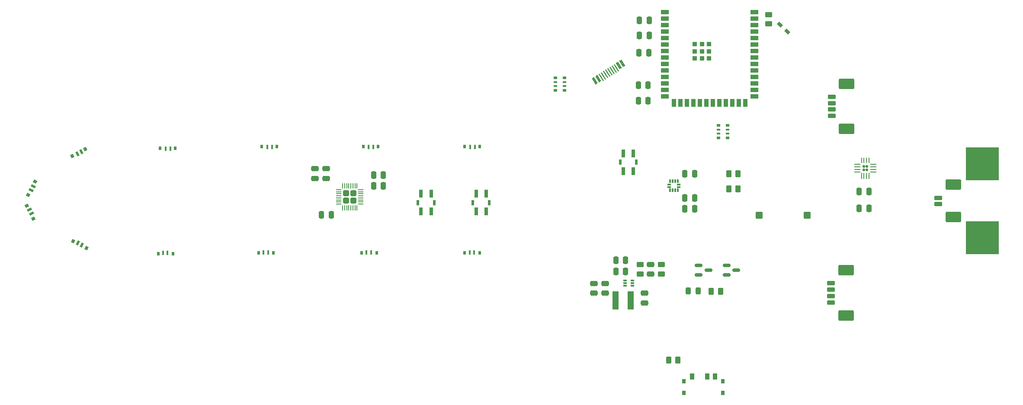
<source format=gbr>
%TF.GenerationSoftware,KiCad,Pcbnew,9.0.2*%
%TF.CreationDate,2025-06-18T16:04:02-05:00*%
%TF.ProjectId,NeoSword,4e656f53-776f-4726-942e-6b696361645f,rev?*%
%TF.SameCoordinates,Original*%
%TF.FileFunction,Paste,Top*%
%TF.FilePolarity,Positive*%
%FSLAX46Y46*%
G04 Gerber Fmt 4.6, Leading zero omitted, Abs format (unit mm)*
G04 Created by KiCad (PCBNEW 9.0.2) date 2025-06-18 16:04:02*
%MOMM*%
%LPD*%
G01*
G04 APERTURE LIST*
G04 Aperture macros list*
%AMRoundRect*
0 Rectangle with rounded corners*
0 $1 Rounding radius*
0 $2 $3 $4 $5 $6 $7 $8 $9 X,Y pos of 4 corners*
0 Add a 4 corners polygon primitive as box body*
4,1,4,$2,$3,$4,$5,$6,$7,$8,$9,$2,$3,0*
0 Add four circle primitives for the rounded corners*
1,1,$1+$1,$2,$3*
1,1,$1+$1,$4,$5*
1,1,$1+$1,$6,$7*
1,1,$1+$1,$8,$9*
0 Add four rect primitives between the rounded corners*
20,1,$1+$1,$2,$3,$4,$5,0*
20,1,$1+$1,$4,$5,$6,$7,0*
20,1,$1+$1,$6,$7,$8,$9,0*
20,1,$1+$1,$8,$9,$2,$3,0*%
%AMRotRect*
0 Rectangle, with rotation*
0 The origin of the aperture is its center*
0 $1 length*
0 $2 width*
0 $3 Rotation angle, in degrees counterclockwise*
0 Add horizontal line*
21,1,$1,$2,0,0,$3*%
G04 Aperture macros list end*
%ADD10R,0.900000X0.900000*%
%ADD11R,1.500000X0.900000*%
%ADD12R,0.900000X1.500000*%
%ADD13RoundRect,0.250000X-0.250000X-0.475000X0.250000X-0.475000X0.250000X0.475000X-0.250000X0.475000X0*%
%ADD14RoundRect,0.250000X-0.450000X0.262500X-0.450000X-0.262500X0.450000X-0.262500X0.450000X0.262500X0*%
%ADD15RotRect,0.250000X1.400000X212.500000*%
%ADD16RotRect,0.220000X1.600000X212.500000*%
%ADD17R,0.600000X0.700000*%
%ADD18R,0.440000X0.900000*%
%ADD19RoundRect,0.243750X-0.243750X-0.456250X0.243750X-0.456250X0.243750X0.456250X-0.243750X0.456250X0*%
%ADD20R,0.500000X1.000000*%
%ADD21R,0.800000X1.500000*%
%ADD22RoundRect,0.202500X-0.472500X0.497500X-0.472500X-0.497500X0.472500X-0.497500X0.472500X0.497500X0*%
%ADD23RoundRect,0.250000X-0.475000X0.250000X-0.475000X-0.250000X0.475000X-0.250000X0.475000X0.250000X0*%
%ADD24RoundRect,0.250000X0.475000X-0.250000X0.475000X0.250000X-0.475000X0.250000X-0.475000X-0.250000X0*%
%ADD25RoundRect,0.125000X-0.125000X-0.125000X0.125000X-0.125000X0.125000X0.125000X-0.125000X0.125000X0*%
%ADD26RoundRect,0.062500X-0.512500X-0.062500X0.512500X-0.062500X0.512500X0.062500X-0.512500X0.062500X0*%
%ADD27RoundRect,0.062500X-0.062500X-0.512500X0.062500X-0.512500X0.062500X0.512500X-0.062500X0.512500X0*%
%ADD28RoundRect,0.062500X-0.062500X-0.487500X0.062500X-0.487500X0.062500X0.487500X-0.062500X0.487500X0*%
%ADD29R,0.800000X0.500000*%
%ADD30R,0.800000X0.400000*%
%ADD31RoundRect,0.150000X-0.587500X-0.150000X0.587500X-0.150000X0.587500X0.150000X-0.587500X0.150000X0*%
%ADD32RoundRect,0.200000X0.600000X-0.200000X0.600000X0.200000X-0.600000X0.200000X-0.600000X-0.200000X0*%
%ADD33RoundRect,0.250001X1.249999X-0.799999X1.249999X0.799999X-1.249999X0.799999X-1.249999X-0.799999X0*%
%ADD34RoundRect,0.250000X-0.262500X-0.450000X0.262500X-0.450000X0.262500X0.450000X-0.262500X0.450000X0*%
%ADD35RoundRect,0.250000X0.262500X0.450000X-0.262500X0.450000X-0.262500X-0.450000X0.262500X-0.450000X0*%
%ADD36R,6.400000X6.400000*%
%ADD37RotRect,0.600000X0.700000X243.000000*%
%ADD38RotRect,0.440000X0.900000X243.000000*%
%ADD39RoundRect,0.250000X0.250000X0.475000X-0.250000X0.475000X-0.250000X-0.475000X0.250000X-0.475000X0*%
%ADD40R,0.375000X0.700000*%
%ADD41R,0.700000X0.350000*%
%ADD42R,0.350000X0.700000*%
%ADD43RotRect,0.600000X0.700000X332.000000*%
%ADD44RotRect,0.440000X0.900000X332.000000*%
%ADD45RotRect,1.000000X0.600000X315.000000*%
%ADD46RoundRect,0.087500X-0.250000X-0.087500X0.250000X-0.087500X0.250000X0.087500X-0.250000X0.087500X0*%
%ADD47R,0.900000X1.250000*%
%ADD48R,0.800000X0.900000*%
%ADD49RotRect,0.600000X0.700000X208.000000*%
%ADD50RotRect,0.440000X0.900000X208.000000*%
%ADD51RoundRect,0.250000X0.335000X-0.335000X0.335000X0.335000X-0.335000X0.335000X-0.335000X-0.335000X0*%
%ADD52RoundRect,0.050000X0.050000X-0.450000X0.050000X0.450000X-0.050000X0.450000X-0.050000X-0.450000X0*%
%ADD53RoundRect,0.050000X0.450000X-0.050000X0.450000X0.050000X-0.450000X0.050000X-0.450000X-0.050000X0*%
%ADD54R,1.150000X3.600000*%
%ADD55RotRect,0.600000X0.700000X297.000000*%
%ADD56RotRect,0.440000X0.900000X297.000000*%
G04 APERTURE END LIST*
D10*
%TO.C,U1*%
X199100000Y-75000000D03*
X199100000Y-76400000D03*
X199100000Y-77800000D03*
X200500000Y-75000000D03*
X200500000Y-76400000D03*
X200500000Y-77800000D03*
X201900000Y-75000000D03*
X201900000Y-76400000D03*
X201900000Y-77800000D03*
D11*
X193250000Y-68680000D03*
X193250000Y-69950000D03*
X193250000Y-71220000D03*
X193250000Y-72490000D03*
X193250000Y-73760000D03*
X193250000Y-75030000D03*
X193250000Y-76300000D03*
X193250000Y-77570000D03*
X193250000Y-78840000D03*
X193250000Y-80110000D03*
X193250000Y-81380000D03*
X193250000Y-82650000D03*
X193250000Y-83920000D03*
X193250000Y-85190000D03*
D12*
X195015000Y-86440000D03*
X196285000Y-86440000D03*
X197555000Y-86440000D03*
X198825000Y-86440000D03*
X200095000Y-86440000D03*
X201365000Y-86440000D03*
X202635000Y-86440000D03*
X203905000Y-86440000D03*
X205175000Y-86440000D03*
X206445000Y-86440000D03*
X207715000Y-86440000D03*
X208985000Y-86440000D03*
D11*
X210750000Y-85190000D03*
X210750000Y-83920000D03*
X210750000Y-82650000D03*
X210750000Y-81380000D03*
X210750000Y-80110000D03*
X210750000Y-78840000D03*
X210750000Y-77570000D03*
X210750000Y-76300000D03*
X210750000Y-75030000D03*
X210750000Y-73760000D03*
X210750000Y-72490000D03*
X210750000Y-71220000D03*
X210750000Y-69950000D03*
X210750000Y-68680000D03*
%TD*%
D13*
%TO.C,C19*%
X197162500Y-105100000D03*
X199062500Y-105100000D03*
%TD*%
D14*
%TO.C,R5*%
X213600000Y-69187500D03*
X213600000Y-71012500D03*
%TD*%
D15*
%TO.C,J11*%
X185036685Y-78660152D03*
X184361972Y-79089992D03*
D16*
X183340379Y-79859387D03*
X182496986Y-80396688D03*
X182075291Y-80665337D03*
X183762073Y-79590739D03*
D15*
X180102845Y-81803354D03*
X179428133Y-82233194D03*
X179638979Y-82098870D03*
X180313693Y-81669030D03*
D16*
X180810204Y-81471287D03*
X181653593Y-80933988D03*
X182918683Y-80128038D03*
X181231900Y-81202636D03*
D15*
X184151125Y-79224318D03*
X184825837Y-78794477D03*
%TD*%
D13*
%TO.C,C8*%
X126050000Y-108400000D03*
X127950000Y-108400000D03*
%TD*%
D17*
%TO.C,D12*%
X134230000Y-95000000D03*
D18*
X135300000Y-95100000D03*
X136200000Y-95100000D03*
D17*
X137150000Y-95000000D03*
%TD*%
D19*
%TO.C,D1*%
X197862500Y-123350000D03*
X199737500Y-123350000D03*
%TD*%
D20*
%TO.C,SW4*%
X155703331Y-106008449D03*
X158903331Y-106008449D03*
D21*
X156303331Y-107758449D03*
X156303331Y-104258449D03*
X158303331Y-107758449D03*
X158303331Y-104258449D03*
%TD*%
D22*
%TO.C,J12*%
X221100000Y-108500000D03*
X211700000Y-108500000D03*
%TD*%
D23*
%TO.C,C21*%
X190500000Y-118150000D03*
X190500000Y-120050000D03*
%TD*%
D17*
%TO.C,D3*%
X136826666Y-115900000D03*
D18*
X135756666Y-115800000D03*
X134856666Y-115800000D03*
D17*
X133906666Y-115900000D03*
%TD*%
D24*
%TO.C,C22*%
X179400000Y-123750000D03*
X179400000Y-121850000D03*
%TD*%
D25*
%TO.C,U2*%
X232180000Y-98950000D03*
X232180000Y-99570000D03*
X232800000Y-98950000D03*
X232800000Y-99570000D03*
D26*
X230940000Y-98510000D03*
X230940000Y-99010000D03*
X230940000Y-99510000D03*
X230940000Y-100010000D03*
D27*
X231740000Y-100810000D03*
X232240000Y-100810000D03*
X232740000Y-100810000D03*
X233240000Y-100810000D03*
D26*
X234040000Y-100010000D03*
X234040000Y-99510000D03*
X234040000Y-99010000D03*
X234040000Y-98510000D03*
D28*
X233240000Y-97710000D03*
X232740000Y-97710000D03*
X232240000Y-97710000D03*
X231740000Y-97710000D03*
%TD*%
D24*
%TO.C,C4*%
X126970000Y-101280000D03*
X126970000Y-99380000D03*
%TD*%
D29*
%TO.C,RN1*%
X171800000Y-81600000D03*
D30*
X171800000Y-82400000D03*
X171800000Y-83200000D03*
D29*
X171800000Y-84000000D03*
X173600000Y-84000000D03*
D30*
X173600000Y-83200000D03*
X173600000Y-82400000D03*
D29*
X173600000Y-81600000D03*
%TD*%
D31*
%TO.C,Q2*%
X199900000Y-118300000D03*
X199900000Y-120200000D03*
X201775000Y-119250000D03*
%TD*%
D17*
%TO.C,D8*%
X94480000Y-95350000D03*
D18*
X95550000Y-95450000D03*
X96450000Y-95450000D03*
D17*
X97400000Y-95350000D03*
%TD*%
D32*
%TO.C,J6*%
X225925000Y-89025000D03*
X225925000Y-87775000D03*
X225925000Y-86525000D03*
X225925000Y-85275000D03*
D33*
X228825000Y-91575000D03*
X228825000Y-82725000D03*
%TD*%
D34*
%TO.C,R1*%
X202337500Y-123400000D03*
X204162500Y-123400000D03*
%TD*%
D13*
%TO.C,C7*%
X136250000Y-102750000D03*
X138150000Y-102750000D03*
%TD*%
D35*
%TO.C,R4*%
X195812500Y-136900000D03*
X193987500Y-136900000D03*
%TD*%
D34*
%TO.C,R7*%
X205775000Y-103350000D03*
X207600000Y-103350000D03*
%TD*%
D24*
%TO.C,C23*%
X181600000Y-123750000D03*
X181600000Y-121850000D03*
%TD*%
D36*
%TO.C,J1*%
X255400000Y-112936482D03*
X255400000Y-98436482D03*
%TD*%
D32*
%TO.C,J3*%
X246800000Y-106325000D03*
X246800000Y-105075000D03*
D33*
X249700000Y-108875000D03*
X249700000Y-102525000D03*
%TD*%
D29*
%TO.C,RN4*%
X203750000Y-90925000D03*
D30*
X203750000Y-91725000D03*
X203750000Y-92525000D03*
D29*
X203750000Y-93325000D03*
X205550000Y-93325000D03*
D30*
X205550000Y-92525000D03*
X205550000Y-91725000D03*
D29*
X205550000Y-90925000D03*
%TD*%
D13*
%TO.C,C15*%
X188050000Y-83000000D03*
X189950000Y-83000000D03*
%TD*%
D37*
%TO.C,D10*%
X68621787Y-104513227D03*
D38*
X69196657Y-103605250D03*
X69605250Y-102803343D03*
D37*
X69947439Y-101911488D03*
%TD*%
D39*
%TO.C,C14*%
X185550000Y-119500000D03*
X183650000Y-119500000D03*
%TD*%
D17*
%TO.C,D4*%
X116653333Y-115900000D03*
D18*
X115583333Y-115800000D03*
X114683333Y-115800000D03*
D17*
X113733333Y-115900000D03*
%TD*%
D13*
%TO.C,C13*%
X188300000Y-73300000D03*
X190200000Y-73300000D03*
%TD*%
D32*
%TO.C,J8*%
X225800000Y-125575000D03*
X225800000Y-124325000D03*
X225800000Y-123075000D03*
X225800000Y-121825000D03*
D33*
X228700000Y-128125000D03*
X228700000Y-119275000D03*
%TD*%
D40*
%TO.C,U4*%
X194287500Y-101775000D03*
D41*
X194125000Y-102450000D03*
X194125000Y-102950000D03*
D40*
X194287500Y-103625000D03*
D42*
X194800000Y-103625000D03*
X195300000Y-103625000D03*
D40*
X195812500Y-103625000D03*
D41*
X195975000Y-102950000D03*
X195975000Y-102450000D03*
D40*
X195812500Y-101775000D03*
D42*
X195300000Y-101775000D03*
X194800000Y-101775000D03*
%TD*%
D43*
%TO.C,D5*%
X80046947Y-114911705D03*
D44*
X79149141Y-114321076D03*
X78354488Y-113898551D03*
D43*
X77468740Y-113540848D03*
%TD*%
D13*
%TO.C,C17*%
X197162500Y-100350000D03*
X199062500Y-100350000D03*
%TD*%
%TO.C,C3*%
X231300000Y-107100000D03*
X233200000Y-107100000D03*
%TD*%
D17*
%TO.C,D2*%
X157000000Y-115900000D03*
D18*
X155930000Y-115800000D03*
X155030000Y-115800000D03*
D17*
X154080000Y-115900000D03*
%TD*%
D45*
%TO.C,D14*%
X215797182Y-71126472D03*
X217211396Y-72540686D03*
%TD*%
D20*
%TO.C,SW1*%
X184500000Y-98100000D03*
X187700000Y-98100000D03*
D21*
X185100000Y-99850000D03*
X185100000Y-96350000D03*
X187100000Y-99850000D03*
X187100000Y-96350000D03*
%TD*%
D17*
%TO.C,D7*%
X97000000Y-116000000D03*
D18*
X95930000Y-115900000D03*
X95030000Y-115900000D03*
D17*
X94080000Y-116000000D03*
%TD*%
D34*
%TO.C,R6*%
X205775000Y-100400000D03*
X207600000Y-100400000D03*
%TD*%
D13*
%TO.C,C1*%
X188200000Y-76700000D03*
X190100000Y-76700000D03*
%TD*%
D14*
%TO.C,R2*%
X192600000Y-118187500D03*
X192600000Y-120012500D03*
%TD*%
D23*
%TO.C,C20*%
X189300000Y-123750000D03*
X189300000Y-125650000D03*
%TD*%
D20*
%TO.C,SW3*%
X144903331Y-106008449D03*
X148103331Y-106008449D03*
D21*
X145503331Y-107758449D03*
X145503331Y-104258449D03*
X147503331Y-107758449D03*
X147503331Y-104258449D03*
%TD*%
D46*
%TO.C,U6*%
X185450000Y-121300000D03*
X185450000Y-121800000D03*
X185450000Y-122300000D03*
X186875000Y-122300000D03*
X186875000Y-121800000D03*
X186875000Y-121300000D03*
%TD*%
D47*
%TO.C,SW5*%
X203055000Y-140050000D03*
X201555000Y-140050000D03*
X198555000Y-140050000D03*
D48*
X204605000Y-143325000D03*
X204605000Y-141025000D03*
X197005000Y-143325000D03*
X196995000Y-141025000D03*
%TD*%
D39*
%TO.C,C9*%
X185550000Y-117300000D03*
X183650000Y-117300000D03*
%TD*%
D49*
%TO.C,D9*%
X77246510Y-96898370D03*
D50*
X78238211Y-96484331D03*
X79032864Y-96061806D03*
D49*
X79824718Y-95527513D03*
%TD*%
D13*
%TO.C,C2*%
X231300000Y-103800000D03*
X233200000Y-103800000D03*
%TD*%
D51*
%TO.C,U3*%
X130875000Y-105625000D03*
X132325000Y-105625000D03*
X130875000Y-104175000D03*
X132325000Y-104175000D03*
D52*
X130200000Y-107050000D03*
X130600000Y-107050000D03*
X131000000Y-107050000D03*
X131400000Y-107050000D03*
X131800000Y-107050000D03*
X132200000Y-107050000D03*
X132600000Y-107050000D03*
X133000000Y-107050000D03*
D53*
X133750000Y-106300000D03*
X133750000Y-105900000D03*
X133750000Y-105500000D03*
X133750000Y-105100000D03*
X133750000Y-104700000D03*
X133750000Y-104300000D03*
X133750000Y-103900000D03*
X133750000Y-103500000D03*
D52*
X133000000Y-102750000D03*
X132600000Y-102750000D03*
X132200000Y-102750000D03*
X131800000Y-102750000D03*
X131400000Y-102750000D03*
X131000000Y-102750000D03*
X130600000Y-102750000D03*
X130200000Y-102750000D03*
D53*
X129450000Y-103500000D03*
X129450000Y-103900000D03*
X129450000Y-104300000D03*
X129450000Y-104700000D03*
X129450000Y-105100000D03*
X129450000Y-105500000D03*
X129450000Y-105900000D03*
X129450000Y-106300000D03*
%TD*%
D13*
%TO.C,C16*%
X188050000Y-86100000D03*
X189950000Y-86100000D03*
%TD*%
D24*
%TO.C,C5*%
X124720000Y-101280000D03*
X124720000Y-99380000D03*
%TD*%
D54*
%TO.C,L1*%
X186575000Y-125200000D03*
X183625000Y-125200000D03*
%TD*%
D14*
%TO.C,R3*%
X188400000Y-118187500D03*
X188400000Y-120012500D03*
%TD*%
D17*
%TO.C,D11*%
X114380000Y-95000000D03*
D18*
X115450000Y-95100000D03*
X116350000Y-95100000D03*
D17*
X117300000Y-95000000D03*
%TD*%
D13*
%TO.C,C18*%
X197162500Y-107250000D03*
X199062500Y-107250000D03*
%TD*%
D31*
%TO.C,Q1*%
X205362500Y-118287500D03*
X205362500Y-120187500D03*
X207237500Y-119237500D03*
%TD*%
D13*
%TO.C,C6*%
X136250000Y-100600000D03*
X138150000Y-100600000D03*
%TD*%
D55*
%TO.C,D6*%
X69678600Y-109195433D03*
D56*
X69281932Y-108196657D03*
X68873339Y-107394750D03*
D55*
X68352948Y-106593695D03*
%TD*%
D17*
%TO.C,D13*%
X154080000Y-95000000D03*
D18*
X155150000Y-95100000D03*
X156050000Y-95100000D03*
D17*
X157000000Y-95000000D03*
%TD*%
D13*
%TO.C,C12*%
X188300000Y-70290000D03*
X190200000Y-70290000D03*
%TD*%
M02*

</source>
